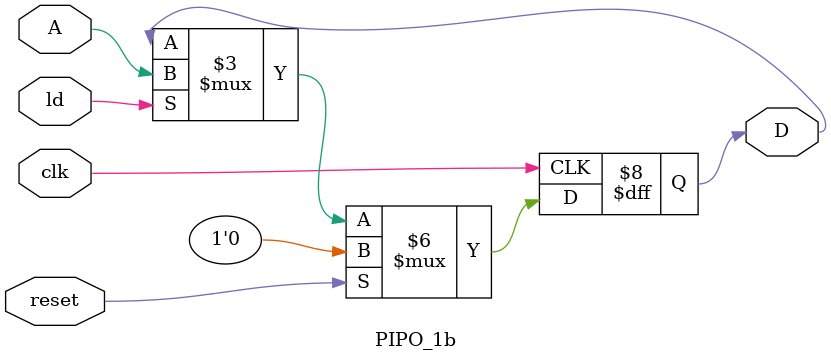
<source format=v>
`timescale 1ns / 1ps


module PIPO_1b(

    input clk,
    input reset,
    input A,
    input ld,
    output reg D
    );
    
    always @(posedge clk)
    begin
        if(reset)
        D<=1'b0;
        else if(ld)
        D<=A;
        else
        D<=D;
    end
endmodule

</source>
